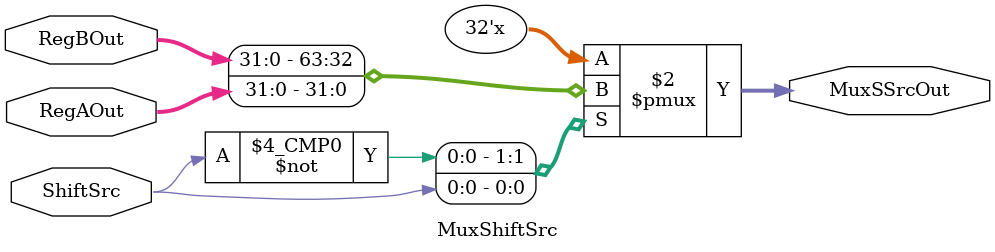
<source format=v>
module MuxShiftSrc (
input wire[31:0] 
    RegAOut,
    RegBOut,
input wire 
    ShiftSrc,
output reg[31:0] 
    MuxSSrcOut
);

parameter 
    Ent0 = 0, 
    Ent1 = 1;
always @(*) begin
	case(ShiftSrc)
		Ent0:
			MuxSSrcOut <= RegBOut;
		Ent1:
			MuxSSrcOut <= RegAOut;
	endcase
end

endmodule
</source>
